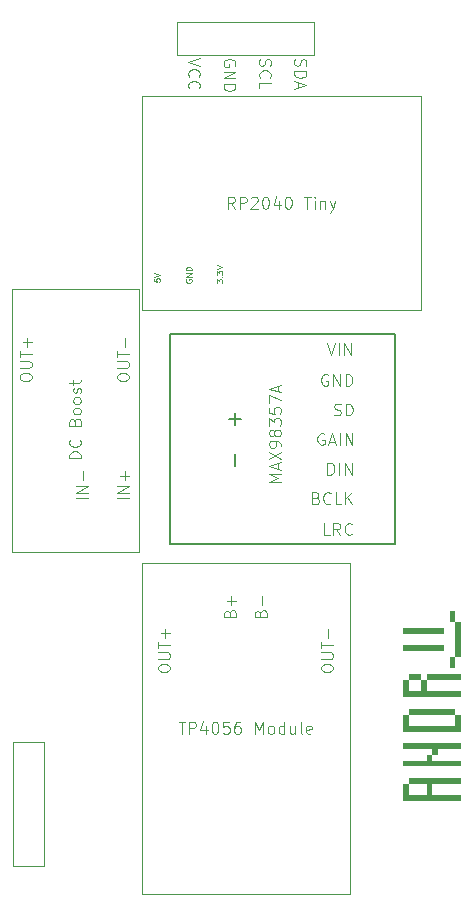
<source format=gto>
G04 #@! TF.GenerationSoftware,KiCad,Pcbnew,9.0.3*
G04 #@! TF.CreationDate,2025-12-21T00:38:46-08:00*
G04 #@! TF.ProjectId,games_aparat_electronics,67616d65-735f-4617-9061-7261745f656c,rev?*
G04 #@! TF.SameCoordinates,Original*
G04 #@! TF.FileFunction,Legend,Top*
G04 #@! TF.FilePolarity,Positive*
%FSLAX46Y46*%
G04 Gerber Fmt 4.6, Leading zero omitted, Abs format (unit mm)*
G04 Created by KiCad (PCBNEW 9.0.3) date 2025-12-21 00:38:46*
%MOMM*%
%LPD*%
G01*
G04 APERTURE LIST*
G04 Aperture macros list*
%AMFreePoly0*
4,1,5,0.750000,-1.000000,-0.750000,-1.000000,-0.750000,1.000000,0.750000,1.000000,0.750000,-1.000000,0.750000,-1.000000,$1*%
G04 Aperture macros list end*
%ADD10C,0.100000*%
%ADD11C,0.000000*%
%ADD12C,0.127000*%
%ADD13C,1.000000*%
%ADD14R,2.500000X2.500000*%
%ADD15C,2.000000*%
%ADD16FreePoly0,0.000000*%
%ADD17FreePoly0,270.000000*%
%ADD18O,2.000000X3.500000*%
%ADD19C,1.734000*%
G04 APERTURE END LIST*
D10*
X157627580Y-45161027D02*
X156627580Y-45494360D01*
X156627580Y-45494360D02*
X157627580Y-45827693D01*
X156722819Y-46732455D02*
X156675200Y-46684836D01*
X156675200Y-46684836D02*
X156627580Y-46541979D01*
X156627580Y-46541979D02*
X156627580Y-46446741D01*
X156627580Y-46446741D02*
X156675200Y-46303884D01*
X156675200Y-46303884D02*
X156770438Y-46208646D01*
X156770438Y-46208646D02*
X156865676Y-46161027D01*
X156865676Y-46161027D02*
X157056152Y-46113408D01*
X157056152Y-46113408D02*
X157199009Y-46113408D01*
X157199009Y-46113408D02*
X157389485Y-46161027D01*
X157389485Y-46161027D02*
X157484723Y-46208646D01*
X157484723Y-46208646D02*
X157579961Y-46303884D01*
X157579961Y-46303884D02*
X157627580Y-46446741D01*
X157627580Y-46446741D02*
X157627580Y-46541979D01*
X157627580Y-46541979D02*
X157579961Y-46684836D01*
X157579961Y-46684836D02*
X157532342Y-46732455D01*
X156722819Y-47732455D02*
X156675200Y-47684836D01*
X156675200Y-47684836D02*
X156627580Y-47541979D01*
X156627580Y-47541979D02*
X156627580Y-47446741D01*
X156627580Y-47446741D02*
X156675200Y-47303884D01*
X156675200Y-47303884D02*
X156770438Y-47208646D01*
X156770438Y-47208646D02*
X156865676Y-47161027D01*
X156865676Y-47161027D02*
X157056152Y-47113408D01*
X157056152Y-47113408D02*
X157199009Y-47113408D01*
X157199009Y-47113408D02*
X157389485Y-47161027D01*
X157389485Y-47161027D02*
X157484723Y-47208646D01*
X157484723Y-47208646D02*
X157579961Y-47303884D01*
X157579961Y-47303884D02*
X157627580Y-47446741D01*
X157627580Y-47446741D02*
X157627580Y-47541979D01*
X157627580Y-47541979D02*
X157579961Y-47684836D01*
X157579961Y-47684836D02*
X157532342Y-47732455D01*
X162675200Y-45256265D02*
X162627580Y-45399122D01*
X162627580Y-45399122D02*
X162627580Y-45637217D01*
X162627580Y-45637217D02*
X162675200Y-45732455D01*
X162675200Y-45732455D02*
X162722819Y-45780074D01*
X162722819Y-45780074D02*
X162818057Y-45827693D01*
X162818057Y-45827693D02*
X162913295Y-45827693D01*
X162913295Y-45827693D02*
X163008533Y-45780074D01*
X163008533Y-45780074D02*
X163056152Y-45732455D01*
X163056152Y-45732455D02*
X163103771Y-45637217D01*
X163103771Y-45637217D02*
X163151390Y-45446741D01*
X163151390Y-45446741D02*
X163199009Y-45351503D01*
X163199009Y-45351503D02*
X163246628Y-45303884D01*
X163246628Y-45303884D02*
X163341866Y-45256265D01*
X163341866Y-45256265D02*
X163437104Y-45256265D01*
X163437104Y-45256265D02*
X163532342Y-45303884D01*
X163532342Y-45303884D02*
X163579961Y-45351503D01*
X163579961Y-45351503D02*
X163627580Y-45446741D01*
X163627580Y-45446741D02*
X163627580Y-45684836D01*
X163627580Y-45684836D02*
X163579961Y-45827693D01*
X162722819Y-46827693D02*
X162675200Y-46780074D01*
X162675200Y-46780074D02*
X162627580Y-46637217D01*
X162627580Y-46637217D02*
X162627580Y-46541979D01*
X162627580Y-46541979D02*
X162675200Y-46399122D01*
X162675200Y-46399122D02*
X162770438Y-46303884D01*
X162770438Y-46303884D02*
X162865676Y-46256265D01*
X162865676Y-46256265D02*
X163056152Y-46208646D01*
X163056152Y-46208646D02*
X163199009Y-46208646D01*
X163199009Y-46208646D02*
X163389485Y-46256265D01*
X163389485Y-46256265D02*
X163484723Y-46303884D01*
X163484723Y-46303884D02*
X163579961Y-46399122D01*
X163579961Y-46399122D02*
X163627580Y-46541979D01*
X163627580Y-46541979D02*
X163627580Y-46637217D01*
X163627580Y-46637217D02*
X163579961Y-46780074D01*
X163579961Y-46780074D02*
X163532342Y-46827693D01*
X162627580Y-47732455D02*
X162627580Y-47256265D01*
X162627580Y-47256265D02*
X163627580Y-47256265D01*
X160579961Y-45827693D02*
X160627580Y-45732455D01*
X160627580Y-45732455D02*
X160627580Y-45589598D01*
X160627580Y-45589598D02*
X160579961Y-45446741D01*
X160579961Y-45446741D02*
X160484723Y-45351503D01*
X160484723Y-45351503D02*
X160389485Y-45303884D01*
X160389485Y-45303884D02*
X160199009Y-45256265D01*
X160199009Y-45256265D02*
X160056152Y-45256265D01*
X160056152Y-45256265D02*
X159865676Y-45303884D01*
X159865676Y-45303884D02*
X159770438Y-45351503D01*
X159770438Y-45351503D02*
X159675200Y-45446741D01*
X159675200Y-45446741D02*
X159627580Y-45589598D01*
X159627580Y-45589598D02*
X159627580Y-45684836D01*
X159627580Y-45684836D02*
X159675200Y-45827693D01*
X159675200Y-45827693D02*
X159722819Y-45875312D01*
X159722819Y-45875312D02*
X160056152Y-45875312D01*
X160056152Y-45875312D02*
X160056152Y-45684836D01*
X159627580Y-46303884D02*
X160627580Y-46303884D01*
X160627580Y-46303884D02*
X159627580Y-46875312D01*
X159627580Y-46875312D02*
X160627580Y-46875312D01*
X159627580Y-47351503D02*
X160627580Y-47351503D01*
X160627580Y-47351503D02*
X160627580Y-47589598D01*
X160627580Y-47589598D02*
X160579961Y-47732455D01*
X160579961Y-47732455D02*
X160484723Y-47827693D01*
X160484723Y-47827693D02*
X160389485Y-47875312D01*
X160389485Y-47875312D02*
X160199009Y-47922931D01*
X160199009Y-47922931D02*
X160056152Y-47922931D01*
X160056152Y-47922931D02*
X159865676Y-47875312D01*
X159865676Y-47875312D02*
X159770438Y-47827693D01*
X159770438Y-47827693D02*
X159675200Y-47732455D01*
X159675200Y-47732455D02*
X159627580Y-47589598D01*
X159627580Y-47589598D02*
X159627580Y-47351503D01*
X165675200Y-45256265D02*
X165627580Y-45399122D01*
X165627580Y-45399122D02*
X165627580Y-45637217D01*
X165627580Y-45637217D02*
X165675200Y-45732455D01*
X165675200Y-45732455D02*
X165722819Y-45780074D01*
X165722819Y-45780074D02*
X165818057Y-45827693D01*
X165818057Y-45827693D02*
X165913295Y-45827693D01*
X165913295Y-45827693D02*
X166008533Y-45780074D01*
X166008533Y-45780074D02*
X166056152Y-45732455D01*
X166056152Y-45732455D02*
X166103771Y-45637217D01*
X166103771Y-45637217D02*
X166151390Y-45446741D01*
X166151390Y-45446741D02*
X166199009Y-45351503D01*
X166199009Y-45351503D02*
X166246628Y-45303884D01*
X166246628Y-45303884D02*
X166341866Y-45256265D01*
X166341866Y-45256265D02*
X166437104Y-45256265D01*
X166437104Y-45256265D02*
X166532342Y-45303884D01*
X166532342Y-45303884D02*
X166579961Y-45351503D01*
X166579961Y-45351503D02*
X166627580Y-45446741D01*
X166627580Y-45446741D02*
X166627580Y-45684836D01*
X166627580Y-45684836D02*
X166579961Y-45827693D01*
X165627580Y-46256265D02*
X166627580Y-46256265D01*
X166627580Y-46256265D02*
X166627580Y-46494360D01*
X166627580Y-46494360D02*
X166579961Y-46637217D01*
X166579961Y-46637217D02*
X166484723Y-46732455D01*
X166484723Y-46732455D02*
X166389485Y-46780074D01*
X166389485Y-46780074D02*
X166199009Y-46827693D01*
X166199009Y-46827693D02*
X166056152Y-46827693D01*
X166056152Y-46827693D02*
X165865676Y-46780074D01*
X165865676Y-46780074D02*
X165770438Y-46732455D01*
X165770438Y-46732455D02*
X165675200Y-46637217D01*
X165675200Y-46637217D02*
X165627580Y-46494360D01*
X165627580Y-46494360D02*
X165627580Y-46256265D01*
X165913295Y-47208646D02*
X165913295Y-47684836D01*
X165627580Y-47113408D02*
X166627580Y-47446741D01*
X166627580Y-47446741D02*
X165627580Y-47780074D01*
X155809523Y-101357419D02*
X156380951Y-101357419D01*
X156095237Y-102357419D02*
X156095237Y-101357419D01*
X156714285Y-102357419D02*
X156714285Y-101357419D01*
X156714285Y-101357419D02*
X157095237Y-101357419D01*
X157095237Y-101357419D02*
X157190475Y-101405038D01*
X157190475Y-101405038D02*
X157238094Y-101452657D01*
X157238094Y-101452657D02*
X157285713Y-101547895D01*
X157285713Y-101547895D02*
X157285713Y-101690752D01*
X157285713Y-101690752D02*
X157238094Y-101785990D01*
X157238094Y-101785990D02*
X157190475Y-101833609D01*
X157190475Y-101833609D02*
X157095237Y-101881228D01*
X157095237Y-101881228D02*
X156714285Y-101881228D01*
X158142856Y-101690752D02*
X158142856Y-102357419D01*
X157904761Y-101309800D02*
X157666666Y-102024085D01*
X157666666Y-102024085D02*
X158285713Y-102024085D01*
X158857142Y-101357419D02*
X158952380Y-101357419D01*
X158952380Y-101357419D02*
X159047618Y-101405038D01*
X159047618Y-101405038D02*
X159095237Y-101452657D01*
X159095237Y-101452657D02*
X159142856Y-101547895D01*
X159142856Y-101547895D02*
X159190475Y-101738371D01*
X159190475Y-101738371D02*
X159190475Y-101976466D01*
X159190475Y-101976466D02*
X159142856Y-102166942D01*
X159142856Y-102166942D02*
X159095237Y-102262180D01*
X159095237Y-102262180D02*
X159047618Y-102309800D01*
X159047618Y-102309800D02*
X158952380Y-102357419D01*
X158952380Y-102357419D02*
X158857142Y-102357419D01*
X158857142Y-102357419D02*
X158761904Y-102309800D01*
X158761904Y-102309800D02*
X158714285Y-102262180D01*
X158714285Y-102262180D02*
X158666666Y-102166942D01*
X158666666Y-102166942D02*
X158619047Y-101976466D01*
X158619047Y-101976466D02*
X158619047Y-101738371D01*
X158619047Y-101738371D02*
X158666666Y-101547895D01*
X158666666Y-101547895D02*
X158714285Y-101452657D01*
X158714285Y-101452657D02*
X158761904Y-101405038D01*
X158761904Y-101405038D02*
X158857142Y-101357419D01*
X160095237Y-101357419D02*
X159619047Y-101357419D01*
X159619047Y-101357419D02*
X159571428Y-101833609D01*
X159571428Y-101833609D02*
X159619047Y-101785990D01*
X159619047Y-101785990D02*
X159714285Y-101738371D01*
X159714285Y-101738371D02*
X159952380Y-101738371D01*
X159952380Y-101738371D02*
X160047618Y-101785990D01*
X160047618Y-101785990D02*
X160095237Y-101833609D01*
X160095237Y-101833609D02*
X160142856Y-101928847D01*
X160142856Y-101928847D02*
X160142856Y-102166942D01*
X160142856Y-102166942D02*
X160095237Y-102262180D01*
X160095237Y-102262180D02*
X160047618Y-102309800D01*
X160047618Y-102309800D02*
X159952380Y-102357419D01*
X159952380Y-102357419D02*
X159714285Y-102357419D01*
X159714285Y-102357419D02*
X159619047Y-102309800D01*
X159619047Y-102309800D02*
X159571428Y-102262180D01*
X160999999Y-101357419D02*
X160809523Y-101357419D01*
X160809523Y-101357419D02*
X160714285Y-101405038D01*
X160714285Y-101405038D02*
X160666666Y-101452657D01*
X160666666Y-101452657D02*
X160571428Y-101595514D01*
X160571428Y-101595514D02*
X160523809Y-101785990D01*
X160523809Y-101785990D02*
X160523809Y-102166942D01*
X160523809Y-102166942D02*
X160571428Y-102262180D01*
X160571428Y-102262180D02*
X160619047Y-102309800D01*
X160619047Y-102309800D02*
X160714285Y-102357419D01*
X160714285Y-102357419D02*
X160904761Y-102357419D01*
X160904761Y-102357419D02*
X160999999Y-102309800D01*
X160999999Y-102309800D02*
X161047618Y-102262180D01*
X161047618Y-102262180D02*
X161095237Y-102166942D01*
X161095237Y-102166942D02*
X161095237Y-101928847D01*
X161095237Y-101928847D02*
X161047618Y-101833609D01*
X161047618Y-101833609D02*
X160999999Y-101785990D01*
X160999999Y-101785990D02*
X160904761Y-101738371D01*
X160904761Y-101738371D02*
X160714285Y-101738371D01*
X160714285Y-101738371D02*
X160619047Y-101785990D01*
X160619047Y-101785990D02*
X160571428Y-101833609D01*
X160571428Y-101833609D02*
X160523809Y-101928847D01*
X162285714Y-102357419D02*
X162285714Y-101357419D01*
X162285714Y-101357419D02*
X162619047Y-102071704D01*
X162619047Y-102071704D02*
X162952380Y-101357419D01*
X162952380Y-101357419D02*
X162952380Y-102357419D01*
X163571428Y-102357419D02*
X163476190Y-102309800D01*
X163476190Y-102309800D02*
X163428571Y-102262180D01*
X163428571Y-102262180D02*
X163380952Y-102166942D01*
X163380952Y-102166942D02*
X163380952Y-101881228D01*
X163380952Y-101881228D02*
X163428571Y-101785990D01*
X163428571Y-101785990D02*
X163476190Y-101738371D01*
X163476190Y-101738371D02*
X163571428Y-101690752D01*
X163571428Y-101690752D02*
X163714285Y-101690752D01*
X163714285Y-101690752D02*
X163809523Y-101738371D01*
X163809523Y-101738371D02*
X163857142Y-101785990D01*
X163857142Y-101785990D02*
X163904761Y-101881228D01*
X163904761Y-101881228D02*
X163904761Y-102166942D01*
X163904761Y-102166942D02*
X163857142Y-102262180D01*
X163857142Y-102262180D02*
X163809523Y-102309800D01*
X163809523Y-102309800D02*
X163714285Y-102357419D01*
X163714285Y-102357419D02*
X163571428Y-102357419D01*
X164761904Y-102357419D02*
X164761904Y-101357419D01*
X164761904Y-102309800D02*
X164666666Y-102357419D01*
X164666666Y-102357419D02*
X164476190Y-102357419D01*
X164476190Y-102357419D02*
X164380952Y-102309800D01*
X164380952Y-102309800D02*
X164333333Y-102262180D01*
X164333333Y-102262180D02*
X164285714Y-102166942D01*
X164285714Y-102166942D02*
X164285714Y-101881228D01*
X164285714Y-101881228D02*
X164333333Y-101785990D01*
X164333333Y-101785990D02*
X164380952Y-101738371D01*
X164380952Y-101738371D02*
X164476190Y-101690752D01*
X164476190Y-101690752D02*
X164666666Y-101690752D01*
X164666666Y-101690752D02*
X164761904Y-101738371D01*
X165666666Y-101690752D02*
X165666666Y-102357419D01*
X165238095Y-101690752D02*
X165238095Y-102214561D01*
X165238095Y-102214561D02*
X165285714Y-102309800D01*
X165285714Y-102309800D02*
X165380952Y-102357419D01*
X165380952Y-102357419D02*
X165523809Y-102357419D01*
X165523809Y-102357419D02*
X165619047Y-102309800D01*
X165619047Y-102309800D02*
X165666666Y-102262180D01*
X166285714Y-102357419D02*
X166190476Y-102309800D01*
X166190476Y-102309800D02*
X166142857Y-102214561D01*
X166142857Y-102214561D02*
X166142857Y-101357419D01*
X167047619Y-102309800D02*
X166952381Y-102357419D01*
X166952381Y-102357419D02*
X166761905Y-102357419D01*
X166761905Y-102357419D02*
X166666667Y-102309800D01*
X166666667Y-102309800D02*
X166619048Y-102214561D01*
X166619048Y-102214561D02*
X166619048Y-101833609D01*
X166619048Y-101833609D02*
X166666667Y-101738371D01*
X166666667Y-101738371D02*
X166761905Y-101690752D01*
X166761905Y-101690752D02*
X166952381Y-101690752D01*
X166952381Y-101690752D02*
X167047619Y-101738371D01*
X167047619Y-101738371D02*
X167095238Y-101833609D01*
X167095238Y-101833609D02*
X167095238Y-101928847D01*
X167095238Y-101928847D02*
X166619048Y-102024085D01*
X160148609Y-92162782D02*
X160196228Y-92019925D01*
X160196228Y-92019925D02*
X160243847Y-91972306D01*
X160243847Y-91972306D02*
X160339085Y-91924687D01*
X160339085Y-91924687D02*
X160481942Y-91924687D01*
X160481942Y-91924687D02*
X160577180Y-91972306D01*
X160577180Y-91972306D02*
X160624800Y-92019925D01*
X160624800Y-92019925D02*
X160672419Y-92115163D01*
X160672419Y-92115163D02*
X160672419Y-92496115D01*
X160672419Y-92496115D02*
X159672419Y-92496115D01*
X159672419Y-92496115D02*
X159672419Y-92162782D01*
X159672419Y-92162782D02*
X159720038Y-92067544D01*
X159720038Y-92067544D02*
X159767657Y-92019925D01*
X159767657Y-92019925D02*
X159862895Y-91972306D01*
X159862895Y-91972306D02*
X159958133Y-91972306D01*
X159958133Y-91972306D02*
X160053371Y-92019925D01*
X160053371Y-92019925D02*
X160100990Y-92067544D01*
X160100990Y-92067544D02*
X160148609Y-92162782D01*
X160148609Y-92162782D02*
X160148609Y-92496115D01*
X160291466Y-91496115D02*
X160291466Y-90734211D01*
X160672419Y-91115163D02*
X159910514Y-91115163D01*
X154072419Y-96905639D02*
X154072419Y-96715163D01*
X154072419Y-96715163D02*
X154120038Y-96619925D01*
X154120038Y-96619925D02*
X154215276Y-96524687D01*
X154215276Y-96524687D02*
X154405752Y-96477068D01*
X154405752Y-96477068D02*
X154739085Y-96477068D01*
X154739085Y-96477068D02*
X154929561Y-96524687D01*
X154929561Y-96524687D02*
X155024800Y-96619925D01*
X155024800Y-96619925D02*
X155072419Y-96715163D01*
X155072419Y-96715163D02*
X155072419Y-96905639D01*
X155072419Y-96905639D02*
X155024800Y-97000877D01*
X155024800Y-97000877D02*
X154929561Y-97096115D01*
X154929561Y-97096115D02*
X154739085Y-97143734D01*
X154739085Y-97143734D02*
X154405752Y-97143734D01*
X154405752Y-97143734D02*
X154215276Y-97096115D01*
X154215276Y-97096115D02*
X154120038Y-97000877D01*
X154120038Y-97000877D02*
X154072419Y-96905639D01*
X154072419Y-96048496D02*
X154881942Y-96048496D01*
X154881942Y-96048496D02*
X154977180Y-96000877D01*
X154977180Y-96000877D02*
X155024800Y-95953258D01*
X155024800Y-95953258D02*
X155072419Y-95858020D01*
X155072419Y-95858020D02*
X155072419Y-95667544D01*
X155072419Y-95667544D02*
X155024800Y-95572306D01*
X155024800Y-95572306D02*
X154977180Y-95524687D01*
X154977180Y-95524687D02*
X154881942Y-95477068D01*
X154881942Y-95477068D02*
X154072419Y-95477068D01*
X154072419Y-95143734D02*
X154072419Y-94572306D01*
X155072419Y-94858020D02*
X154072419Y-94858020D01*
X154691466Y-94238972D02*
X154691466Y-93477068D01*
X155072419Y-93858020D02*
X154310514Y-93858020D01*
X167872419Y-96905639D02*
X167872419Y-96715163D01*
X167872419Y-96715163D02*
X167920038Y-96619925D01*
X167920038Y-96619925D02*
X168015276Y-96524687D01*
X168015276Y-96524687D02*
X168205752Y-96477068D01*
X168205752Y-96477068D02*
X168539085Y-96477068D01*
X168539085Y-96477068D02*
X168729561Y-96524687D01*
X168729561Y-96524687D02*
X168824800Y-96619925D01*
X168824800Y-96619925D02*
X168872419Y-96715163D01*
X168872419Y-96715163D02*
X168872419Y-96905639D01*
X168872419Y-96905639D02*
X168824800Y-97000877D01*
X168824800Y-97000877D02*
X168729561Y-97096115D01*
X168729561Y-97096115D02*
X168539085Y-97143734D01*
X168539085Y-97143734D02*
X168205752Y-97143734D01*
X168205752Y-97143734D02*
X168015276Y-97096115D01*
X168015276Y-97096115D02*
X167920038Y-97000877D01*
X167920038Y-97000877D02*
X167872419Y-96905639D01*
X167872419Y-96048496D02*
X168681942Y-96048496D01*
X168681942Y-96048496D02*
X168777180Y-96000877D01*
X168777180Y-96000877D02*
X168824800Y-95953258D01*
X168824800Y-95953258D02*
X168872419Y-95858020D01*
X168872419Y-95858020D02*
X168872419Y-95667544D01*
X168872419Y-95667544D02*
X168824800Y-95572306D01*
X168824800Y-95572306D02*
X168777180Y-95524687D01*
X168777180Y-95524687D02*
X168681942Y-95477068D01*
X168681942Y-95477068D02*
X167872419Y-95477068D01*
X167872419Y-95143734D02*
X167872419Y-94572306D01*
X168872419Y-94858020D02*
X167872419Y-94858020D01*
X168491466Y-94238972D02*
X168491466Y-93477068D01*
X162748609Y-92162782D02*
X162796228Y-92019925D01*
X162796228Y-92019925D02*
X162843847Y-91972306D01*
X162843847Y-91972306D02*
X162939085Y-91924687D01*
X162939085Y-91924687D02*
X163081942Y-91924687D01*
X163081942Y-91924687D02*
X163177180Y-91972306D01*
X163177180Y-91972306D02*
X163224800Y-92019925D01*
X163224800Y-92019925D02*
X163272419Y-92115163D01*
X163272419Y-92115163D02*
X163272419Y-92496115D01*
X163272419Y-92496115D02*
X162272419Y-92496115D01*
X162272419Y-92496115D02*
X162272419Y-92162782D01*
X162272419Y-92162782D02*
X162320038Y-92067544D01*
X162320038Y-92067544D02*
X162367657Y-92019925D01*
X162367657Y-92019925D02*
X162462895Y-91972306D01*
X162462895Y-91972306D02*
X162558133Y-91972306D01*
X162558133Y-91972306D02*
X162653371Y-92019925D01*
X162653371Y-92019925D02*
X162700990Y-92067544D01*
X162700990Y-92067544D02*
X162748609Y-92162782D01*
X162748609Y-92162782D02*
X162748609Y-92496115D01*
X162891466Y-91496115D02*
X162891466Y-90734211D01*
X160571428Y-57907419D02*
X160238095Y-57431228D01*
X160000000Y-57907419D02*
X160000000Y-56907419D01*
X160000000Y-56907419D02*
X160380952Y-56907419D01*
X160380952Y-56907419D02*
X160476190Y-56955038D01*
X160476190Y-56955038D02*
X160523809Y-57002657D01*
X160523809Y-57002657D02*
X160571428Y-57097895D01*
X160571428Y-57097895D02*
X160571428Y-57240752D01*
X160571428Y-57240752D02*
X160523809Y-57335990D01*
X160523809Y-57335990D02*
X160476190Y-57383609D01*
X160476190Y-57383609D02*
X160380952Y-57431228D01*
X160380952Y-57431228D02*
X160000000Y-57431228D01*
X161000000Y-57907419D02*
X161000000Y-56907419D01*
X161000000Y-56907419D02*
X161380952Y-56907419D01*
X161380952Y-56907419D02*
X161476190Y-56955038D01*
X161476190Y-56955038D02*
X161523809Y-57002657D01*
X161523809Y-57002657D02*
X161571428Y-57097895D01*
X161571428Y-57097895D02*
X161571428Y-57240752D01*
X161571428Y-57240752D02*
X161523809Y-57335990D01*
X161523809Y-57335990D02*
X161476190Y-57383609D01*
X161476190Y-57383609D02*
X161380952Y-57431228D01*
X161380952Y-57431228D02*
X161000000Y-57431228D01*
X161952381Y-57002657D02*
X162000000Y-56955038D01*
X162000000Y-56955038D02*
X162095238Y-56907419D01*
X162095238Y-56907419D02*
X162333333Y-56907419D01*
X162333333Y-56907419D02*
X162428571Y-56955038D01*
X162428571Y-56955038D02*
X162476190Y-57002657D01*
X162476190Y-57002657D02*
X162523809Y-57097895D01*
X162523809Y-57097895D02*
X162523809Y-57193133D01*
X162523809Y-57193133D02*
X162476190Y-57335990D01*
X162476190Y-57335990D02*
X161904762Y-57907419D01*
X161904762Y-57907419D02*
X162523809Y-57907419D01*
X163142857Y-56907419D02*
X163238095Y-56907419D01*
X163238095Y-56907419D02*
X163333333Y-56955038D01*
X163333333Y-56955038D02*
X163380952Y-57002657D01*
X163380952Y-57002657D02*
X163428571Y-57097895D01*
X163428571Y-57097895D02*
X163476190Y-57288371D01*
X163476190Y-57288371D02*
X163476190Y-57526466D01*
X163476190Y-57526466D02*
X163428571Y-57716942D01*
X163428571Y-57716942D02*
X163380952Y-57812180D01*
X163380952Y-57812180D02*
X163333333Y-57859800D01*
X163333333Y-57859800D02*
X163238095Y-57907419D01*
X163238095Y-57907419D02*
X163142857Y-57907419D01*
X163142857Y-57907419D02*
X163047619Y-57859800D01*
X163047619Y-57859800D02*
X163000000Y-57812180D01*
X163000000Y-57812180D02*
X162952381Y-57716942D01*
X162952381Y-57716942D02*
X162904762Y-57526466D01*
X162904762Y-57526466D02*
X162904762Y-57288371D01*
X162904762Y-57288371D02*
X162952381Y-57097895D01*
X162952381Y-57097895D02*
X163000000Y-57002657D01*
X163000000Y-57002657D02*
X163047619Y-56955038D01*
X163047619Y-56955038D02*
X163142857Y-56907419D01*
X164333333Y-57240752D02*
X164333333Y-57907419D01*
X164095238Y-56859800D02*
X163857143Y-57574085D01*
X163857143Y-57574085D02*
X164476190Y-57574085D01*
X165047619Y-56907419D02*
X165142857Y-56907419D01*
X165142857Y-56907419D02*
X165238095Y-56955038D01*
X165238095Y-56955038D02*
X165285714Y-57002657D01*
X165285714Y-57002657D02*
X165333333Y-57097895D01*
X165333333Y-57097895D02*
X165380952Y-57288371D01*
X165380952Y-57288371D02*
X165380952Y-57526466D01*
X165380952Y-57526466D02*
X165333333Y-57716942D01*
X165333333Y-57716942D02*
X165285714Y-57812180D01*
X165285714Y-57812180D02*
X165238095Y-57859800D01*
X165238095Y-57859800D02*
X165142857Y-57907419D01*
X165142857Y-57907419D02*
X165047619Y-57907419D01*
X165047619Y-57907419D02*
X164952381Y-57859800D01*
X164952381Y-57859800D02*
X164904762Y-57812180D01*
X164904762Y-57812180D02*
X164857143Y-57716942D01*
X164857143Y-57716942D02*
X164809524Y-57526466D01*
X164809524Y-57526466D02*
X164809524Y-57288371D01*
X164809524Y-57288371D02*
X164857143Y-57097895D01*
X164857143Y-57097895D02*
X164904762Y-57002657D01*
X164904762Y-57002657D02*
X164952381Y-56955038D01*
X164952381Y-56955038D02*
X165047619Y-56907419D01*
X166428572Y-56907419D02*
X167000000Y-56907419D01*
X166714286Y-57907419D02*
X166714286Y-56907419D01*
X167333334Y-57907419D02*
X167333334Y-57240752D01*
X167333334Y-56907419D02*
X167285715Y-56955038D01*
X167285715Y-56955038D02*
X167333334Y-57002657D01*
X167333334Y-57002657D02*
X167380953Y-56955038D01*
X167380953Y-56955038D02*
X167333334Y-56907419D01*
X167333334Y-56907419D02*
X167333334Y-57002657D01*
X167809524Y-57240752D02*
X167809524Y-57907419D01*
X167809524Y-57335990D02*
X167857143Y-57288371D01*
X167857143Y-57288371D02*
X167952381Y-57240752D01*
X167952381Y-57240752D02*
X168095238Y-57240752D01*
X168095238Y-57240752D02*
X168190476Y-57288371D01*
X168190476Y-57288371D02*
X168238095Y-57383609D01*
X168238095Y-57383609D02*
X168238095Y-57907419D01*
X168619048Y-57240752D02*
X168857143Y-57907419D01*
X169095238Y-57240752D02*
X168857143Y-57907419D01*
X168857143Y-57907419D02*
X168761905Y-58145514D01*
X168761905Y-58145514D02*
X168714286Y-58193133D01*
X168714286Y-58193133D02*
X168619048Y-58240752D01*
X156457419Y-63903258D02*
X156433609Y-63950877D01*
X156433609Y-63950877D02*
X156433609Y-64022306D01*
X156433609Y-64022306D02*
X156457419Y-64093734D01*
X156457419Y-64093734D02*
X156505038Y-64141353D01*
X156505038Y-64141353D02*
X156552657Y-64165163D01*
X156552657Y-64165163D02*
X156647895Y-64188972D01*
X156647895Y-64188972D02*
X156719323Y-64188972D01*
X156719323Y-64188972D02*
X156814561Y-64165163D01*
X156814561Y-64165163D02*
X156862180Y-64141353D01*
X156862180Y-64141353D02*
X156909800Y-64093734D01*
X156909800Y-64093734D02*
X156933609Y-64022306D01*
X156933609Y-64022306D02*
X156933609Y-63974687D01*
X156933609Y-63974687D02*
X156909800Y-63903258D01*
X156909800Y-63903258D02*
X156885990Y-63879449D01*
X156885990Y-63879449D02*
X156719323Y-63879449D01*
X156719323Y-63879449D02*
X156719323Y-63974687D01*
X156933609Y-63665163D02*
X156433609Y-63665163D01*
X156433609Y-63665163D02*
X156933609Y-63379449D01*
X156933609Y-63379449D02*
X156433609Y-63379449D01*
X156933609Y-63141353D02*
X156433609Y-63141353D01*
X156433609Y-63141353D02*
X156433609Y-63022305D01*
X156433609Y-63022305D02*
X156457419Y-62950877D01*
X156457419Y-62950877D02*
X156505038Y-62903258D01*
X156505038Y-62903258D02*
X156552657Y-62879448D01*
X156552657Y-62879448D02*
X156647895Y-62855639D01*
X156647895Y-62855639D02*
X156719323Y-62855639D01*
X156719323Y-62855639D02*
X156814561Y-62879448D01*
X156814561Y-62879448D02*
X156862180Y-62903258D01*
X156862180Y-62903258D02*
X156909800Y-62950877D01*
X156909800Y-62950877D02*
X156933609Y-63022305D01*
X156933609Y-63022305D02*
X156933609Y-63141353D01*
X159033609Y-64212782D02*
X159033609Y-63903258D01*
X159033609Y-63903258D02*
X159224085Y-64069925D01*
X159224085Y-64069925D02*
X159224085Y-63998496D01*
X159224085Y-63998496D02*
X159247895Y-63950877D01*
X159247895Y-63950877D02*
X159271704Y-63927068D01*
X159271704Y-63927068D02*
X159319323Y-63903258D01*
X159319323Y-63903258D02*
X159438371Y-63903258D01*
X159438371Y-63903258D02*
X159485990Y-63927068D01*
X159485990Y-63927068D02*
X159509800Y-63950877D01*
X159509800Y-63950877D02*
X159533609Y-63998496D01*
X159533609Y-63998496D02*
X159533609Y-64141353D01*
X159533609Y-64141353D02*
X159509800Y-64188972D01*
X159509800Y-64188972D02*
X159485990Y-64212782D01*
X159485990Y-63688973D02*
X159509800Y-63665163D01*
X159509800Y-63665163D02*
X159533609Y-63688973D01*
X159533609Y-63688973D02*
X159509800Y-63712782D01*
X159509800Y-63712782D02*
X159485990Y-63688973D01*
X159485990Y-63688973D02*
X159533609Y-63688973D01*
X159033609Y-63498497D02*
X159033609Y-63188973D01*
X159033609Y-63188973D02*
X159224085Y-63355640D01*
X159224085Y-63355640D02*
X159224085Y-63284211D01*
X159224085Y-63284211D02*
X159247895Y-63236592D01*
X159247895Y-63236592D02*
X159271704Y-63212783D01*
X159271704Y-63212783D02*
X159319323Y-63188973D01*
X159319323Y-63188973D02*
X159438371Y-63188973D01*
X159438371Y-63188973D02*
X159485990Y-63212783D01*
X159485990Y-63212783D02*
X159509800Y-63236592D01*
X159509800Y-63236592D02*
X159533609Y-63284211D01*
X159533609Y-63284211D02*
X159533609Y-63427068D01*
X159533609Y-63427068D02*
X159509800Y-63474687D01*
X159509800Y-63474687D02*
X159485990Y-63498497D01*
X159033609Y-63046116D02*
X159533609Y-62879450D01*
X159533609Y-62879450D02*
X159033609Y-62712783D01*
X153733609Y-63827068D02*
X153733609Y-64065163D01*
X153733609Y-64065163D02*
X153971704Y-64088972D01*
X153971704Y-64088972D02*
X153947895Y-64065163D01*
X153947895Y-64065163D02*
X153924085Y-64017544D01*
X153924085Y-64017544D02*
X153924085Y-63898496D01*
X153924085Y-63898496D02*
X153947895Y-63850877D01*
X153947895Y-63850877D02*
X153971704Y-63827068D01*
X153971704Y-63827068D02*
X154019323Y-63803258D01*
X154019323Y-63803258D02*
X154138371Y-63803258D01*
X154138371Y-63803258D02*
X154185990Y-63827068D01*
X154185990Y-63827068D02*
X154209800Y-63850877D01*
X154209800Y-63850877D02*
X154233609Y-63898496D01*
X154233609Y-63898496D02*
X154233609Y-64017544D01*
X154233609Y-64017544D02*
X154209800Y-64065163D01*
X154209800Y-64065163D02*
X154185990Y-64088972D01*
X153733609Y-63660401D02*
X154233609Y-63493735D01*
X154233609Y-63493735D02*
X153733609Y-63327068D01*
X147557419Y-79038095D02*
X146557419Y-79038095D01*
X146557419Y-79038095D02*
X146557419Y-78800000D01*
X146557419Y-78800000D02*
X146605038Y-78657143D01*
X146605038Y-78657143D02*
X146700276Y-78561905D01*
X146700276Y-78561905D02*
X146795514Y-78514286D01*
X146795514Y-78514286D02*
X146985990Y-78466667D01*
X146985990Y-78466667D02*
X147128847Y-78466667D01*
X147128847Y-78466667D02*
X147319323Y-78514286D01*
X147319323Y-78514286D02*
X147414561Y-78561905D01*
X147414561Y-78561905D02*
X147509800Y-78657143D01*
X147509800Y-78657143D02*
X147557419Y-78800000D01*
X147557419Y-78800000D02*
X147557419Y-79038095D01*
X147462180Y-77466667D02*
X147509800Y-77514286D01*
X147509800Y-77514286D02*
X147557419Y-77657143D01*
X147557419Y-77657143D02*
X147557419Y-77752381D01*
X147557419Y-77752381D02*
X147509800Y-77895238D01*
X147509800Y-77895238D02*
X147414561Y-77990476D01*
X147414561Y-77990476D02*
X147319323Y-78038095D01*
X147319323Y-78038095D02*
X147128847Y-78085714D01*
X147128847Y-78085714D02*
X146985990Y-78085714D01*
X146985990Y-78085714D02*
X146795514Y-78038095D01*
X146795514Y-78038095D02*
X146700276Y-77990476D01*
X146700276Y-77990476D02*
X146605038Y-77895238D01*
X146605038Y-77895238D02*
X146557419Y-77752381D01*
X146557419Y-77752381D02*
X146557419Y-77657143D01*
X146557419Y-77657143D02*
X146605038Y-77514286D01*
X146605038Y-77514286D02*
X146652657Y-77466667D01*
X147033609Y-75942857D02*
X147081228Y-75800000D01*
X147081228Y-75800000D02*
X147128847Y-75752381D01*
X147128847Y-75752381D02*
X147224085Y-75704762D01*
X147224085Y-75704762D02*
X147366942Y-75704762D01*
X147366942Y-75704762D02*
X147462180Y-75752381D01*
X147462180Y-75752381D02*
X147509800Y-75800000D01*
X147509800Y-75800000D02*
X147557419Y-75895238D01*
X147557419Y-75895238D02*
X147557419Y-76276190D01*
X147557419Y-76276190D02*
X146557419Y-76276190D01*
X146557419Y-76276190D02*
X146557419Y-75942857D01*
X146557419Y-75942857D02*
X146605038Y-75847619D01*
X146605038Y-75847619D02*
X146652657Y-75800000D01*
X146652657Y-75800000D02*
X146747895Y-75752381D01*
X146747895Y-75752381D02*
X146843133Y-75752381D01*
X146843133Y-75752381D02*
X146938371Y-75800000D01*
X146938371Y-75800000D02*
X146985990Y-75847619D01*
X146985990Y-75847619D02*
X147033609Y-75942857D01*
X147033609Y-75942857D02*
X147033609Y-76276190D01*
X147557419Y-75133333D02*
X147509800Y-75228571D01*
X147509800Y-75228571D02*
X147462180Y-75276190D01*
X147462180Y-75276190D02*
X147366942Y-75323809D01*
X147366942Y-75323809D02*
X147081228Y-75323809D01*
X147081228Y-75323809D02*
X146985990Y-75276190D01*
X146985990Y-75276190D02*
X146938371Y-75228571D01*
X146938371Y-75228571D02*
X146890752Y-75133333D01*
X146890752Y-75133333D02*
X146890752Y-74990476D01*
X146890752Y-74990476D02*
X146938371Y-74895238D01*
X146938371Y-74895238D02*
X146985990Y-74847619D01*
X146985990Y-74847619D02*
X147081228Y-74800000D01*
X147081228Y-74800000D02*
X147366942Y-74800000D01*
X147366942Y-74800000D02*
X147462180Y-74847619D01*
X147462180Y-74847619D02*
X147509800Y-74895238D01*
X147509800Y-74895238D02*
X147557419Y-74990476D01*
X147557419Y-74990476D02*
X147557419Y-75133333D01*
X147557419Y-74228571D02*
X147509800Y-74323809D01*
X147509800Y-74323809D02*
X147462180Y-74371428D01*
X147462180Y-74371428D02*
X147366942Y-74419047D01*
X147366942Y-74419047D02*
X147081228Y-74419047D01*
X147081228Y-74419047D02*
X146985990Y-74371428D01*
X146985990Y-74371428D02*
X146938371Y-74323809D01*
X146938371Y-74323809D02*
X146890752Y-74228571D01*
X146890752Y-74228571D02*
X146890752Y-74085714D01*
X146890752Y-74085714D02*
X146938371Y-73990476D01*
X146938371Y-73990476D02*
X146985990Y-73942857D01*
X146985990Y-73942857D02*
X147081228Y-73895238D01*
X147081228Y-73895238D02*
X147366942Y-73895238D01*
X147366942Y-73895238D02*
X147462180Y-73942857D01*
X147462180Y-73942857D02*
X147509800Y-73990476D01*
X147509800Y-73990476D02*
X147557419Y-74085714D01*
X147557419Y-74085714D02*
X147557419Y-74228571D01*
X147509800Y-73514285D02*
X147557419Y-73419047D01*
X147557419Y-73419047D02*
X147557419Y-73228571D01*
X147557419Y-73228571D02*
X147509800Y-73133333D01*
X147509800Y-73133333D02*
X147414561Y-73085714D01*
X147414561Y-73085714D02*
X147366942Y-73085714D01*
X147366942Y-73085714D02*
X147271704Y-73133333D01*
X147271704Y-73133333D02*
X147224085Y-73228571D01*
X147224085Y-73228571D02*
X147224085Y-73371428D01*
X147224085Y-73371428D02*
X147176466Y-73466666D01*
X147176466Y-73466666D02*
X147081228Y-73514285D01*
X147081228Y-73514285D02*
X147033609Y-73514285D01*
X147033609Y-73514285D02*
X146938371Y-73466666D01*
X146938371Y-73466666D02*
X146890752Y-73371428D01*
X146890752Y-73371428D02*
X146890752Y-73228571D01*
X146890752Y-73228571D02*
X146938371Y-73133333D01*
X146890752Y-72799999D02*
X146890752Y-72419047D01*
X146557419Y-72657142D02*
X147414561Y-72657142D01*
X147414561Y-72657142D02*
X147509800Y-72609523D01*
X147509800Y-72609523D02*
X147557419Y-72514285D01*
X147557419Y-72514285D02*
X147557419Y-72419047D01*
X151622419Y-82446115D02*
X150622419Y-82446115D01*
X151622419Y-81969925D02*
X150622419Y-81969925D01*
X150622419Y-81969925D02*
X151622419Y-81398497D01*
X151622419Y-81398497D02*
X150622419Y-81398497D01*
X151241466Y-80922306D02*
X151241466Y-80160402D01*
X151622419Y-80541354D02*
X150860514Y-80541354D01*
X150622419Y-72255639D02*
X150622419Y-72065163D01*
X150622419Y-72065163D02*
X150670038Y-71969925D01*
X150670038Y-71969925D02*
X150765276Y-71874687D01*
X150765276Y-71874687D02*
X150955752Y-71827068D01*
X150955752Y-71827068D02*
X151289085Y-71827068D01*
X151289085Y-71827068D02*
X151479561Y-71874687D01*
X151479561Y-71874687D02*
X151574800Y-71969925D01*
X151574800Y-71969925D02*
X151622419Y-72065163D01*
X151622419Y-72065163D02*
X151622419Y-72255639D01*
X151622419Y-72255639D02*
X151574800Y-72350877D01*
X151574800Y-72350877D02*
X151479561Y-72446115D01*
X151479561Y-72446115D02*
X151289085Y-72493734D01*
X151289085Y-72493734D02*
X150955752Y-72493734D01*
X150955752Y-72493734D02*
X150765276Y-72446115D01*
X150765276Y-72446115D02*
X150670038Y-72350877D01*
X150670038Y-72350877D02*
X150622419Y-72255639D01*
X150622419Y-71398496D02*
X151431942Y-71398496D01*
X151431942Y-71398496D02*
X151527180Y-71350877D01*
X151527180Y-71350877D02*
X151574800Y-71303258D01*
X151574800Y-71303258D02*
X151622419Y-71208020D01*
X151622419Y-71208020D02*
X151622419Y-71017544D01*
X151622419Y-71017544D02*
X151574800Y-70922306D01*
X151574800Y-70922306D02*
X151527180Y-70874687D01*
X151527180Y-70874687D02*
X151431942Y-70827068D01*
X151431942Y-70827068D02*
X150622419Y-70827068D01*
X150622419Y-70493734D02*
X150622419Y-69922306D01*
X151622419Y-70208020D02*
X150622419Y-70208020D01*
X151241466Y-69588972D02*
X151241466Y-68827068D01*
X142372419Y-72255639D02*
X142372419Y-72065163D01*
X142372419Y-72065163D02*
X142420038Y-71969925D01*
X142420038Y-71969925D02*
X142515276Y-71874687D01*
X142515276Y-71874687D02*
X142705752Y-71827068D01*
X142705752Y-71827068D02*
X143039085Y-71827068D01*
X143039085Y-71827068D02*
X143229561Y-71874687D01*
X143229561Y-71874687D02*
X143324800Y-71969925D01*
X143324800Y-71969925D02*
X143372419Y-72065163D01*
X143372419Y-72065163D02*
X143372419Y-72255639D01*
X143372419Y-72255639D02*
X143324800Y-72350877D01*
X143324800Y-72350877D02*
X143229561Y-72446115D01*
X143229561Y-72446115D02*
X143039085Y-72493734D01*
X143039085Y-72493734D02*
X142705752Y-72493734D01*
X142705752Y-72493734D02*
X142515276Y-72446115D01*
X142515276Y-72446115D02*
X142420038Y-72350877D01*
X142420038Y-72350877D02*
X142372419Y-72255639D01*
X142372419Y-71398496D02*
X143181942Y-71398496D01*
X143181942Y-71398496D02*
X143277180Y-71350877D01*
X143277180Y-71350877D02*
X143324800Y-71303258D01*
X143324800Y-71303258D02*
X143372419Y-71208020D01*
X143372419Y-71208020D02*
X143372419Y-71017544D01*
X143372419Y-71017544D02*
X143324800Y-70922306D01*
X143324800Y-70922306D02*
X143277180Y-70874687D01*
X143277180Y-70874687D02*
X143181942Y-70827068D01*
X143181942Y-70827068D02*
X142372419Y-70827068D01*
X142372419Y-70493734D02*
X142372419Y-69922306D01*
X143372419Y-70208020D02*
X142372419Y-70208020D01*
X142991466Y-69588972D02*
X142991466Y-68827068D01*
X143372419Y-69208020D02*
X142610514Y-69208020D01*
X148122419Y-82446115D02*
X147122419Y-82446115D01*
X148122419Y-81969925D02*
X147122419Y-81969925D01*
X147122419Y-81969925D02*
X148122419Y-81398497D01*
X148122419Y-81398497D02*
X147122419Y-81398497D01*
X147741466Y-80922306D02*
X147741466Y-80160402D01*
X168142693Y-76970038D02*
X168047455Y-76922419D01*
X168047455Y-76922419D02*
X167904598Y-76922419D01*
X167904598Y-76922419D02*
X167761741Y-76970038D01*
X167761741Y-76970038D02*
X167666503Y-77065276D01*
X167666503Y-77065276D02*
X167618884Y-77160514D01*
X167618884Y-77160514D02*
X167571265Y-77350990D01*
X167571265Y-77350990D02*
X167571265Y-77493847D01*
X167571265Y-77493847D02*
X167618884Y-77684323D01*
X167618884Y-77684323D02*
X167666503Y-77779561D01*
X167666503Y-77779561D02*
X167761741Y-77874800D01*
X167761741Y-77874800D02*
X167904598Y-77922419D01*
X167904598Y-77922419D02*
X167999836Y-77922419D01*
X167999836Y-77922419D02*
X168142693Y-77874800D01*
X168142693Y-77874800D02*
X168190312Y-77827180D01*
X168190312Y-77827180D02*
X168190312Y-77493847D01*
X168190312Y-77493847D02*
X167999836Y-77493847D01*
X168571265Y-77636704D02*
X169047455Y-77636704D01*
X168476027Y-77922419D02*
X168809360Y-76922419D01*
X168809360Y-76922419D02*
X169142693Y-77922419D01*
X169476027Y-77922419D02*
X169476027Y-76922419D01*
X169952217Y-77922419D02*
X169952217Y-76922419D01*
X169952217Y-76922419D02*
X170523645Y-77922419D01*
X170523645Y-77922419D02*
X170523645Y-76922419D01*
X168376027Y-69322419D02*
X168709360Y-70322419D01*
X168709360Y-70322419D02*
X169042693Y-69322419D01*
X169376027Y-70322419D02*
X169376027Y-69322419D01*
X169852217Y-70322419D02*
X169852217Y-69322419D01*
X169852217Y-69322419D02*
X170423645Y-70322419D01*
X170423645Y-70322419D02*
X170423645Y-69322419D01*
X168971265Y-75374800D02*
X169114122Y-75422419D01*
X169114122Y-75422419D02*
X169352217Y-75422419D01*
X169352217Y-75422419D02*
X169447455Y-75374800D01*
X169447455Y-75374800D02*
X169495074Y-75327180D01*
X169495074Y-75327180D02*
X169542693Y-75231942D01*
X169542693Y-75231942D02*
X169542693Y-75136704D01*
X169542693Y-75136704D02*
X169495074Y-75041466D01*
X169495074Y-75041466D02*
X169447455Y-74993847D01*
X169447455Y-74993847D02*
X169352217Y-74946228D01*
X169352217Y-74946228D02*
X169161741Y-74898609D01*
X169161741Y-74898609D02*
X169066503Y-74850990D01*
X169066503Y-74850990D02*
X169018884Y-74803371D01*
X169018884Y-74803371D02*
X168971265Y-74708133D01*
X168971265Y-74708133D02*
X168971265Y-74612895D01*
X168971265Y-74612895D02*
X169018884Y-74517657D01*
X169018884Y-74517657D02*
X169066503Y-74470038D01*
X169066503Y-74470038D02*
X169161741Y-74422419D01*
X169161741Y-74422419D02*
X169399836Y-74422419D01*
X169399836Y-74422419D02*
X169542693Y-74470038D01*
X169971265Y-75422419D02*
X169971265Y-74422419D01*
X169971265Y-74422419D02*
X170209360Y-74422419D01*
X170209360Y-74422419D02*
X170352217Y-74470038D01*
X170352217Y-74470038D02*
X170447455Y-74565276D01*
X170447455Y-74565276D02*
X170495074Y-74660514D01*
X170495074Y-74660514D02*
X170542693Y-74850990D01*
X170542693Y-74850990D02*
X170542693Y-74993847D01*
X170542693Y-74993847D02*
X170495074Y-75184323D01*
X170495074Y-75184323D02*
X170447455Y-75279561D01*
X170447455Y-75279561D02*
X170352217Y-75374800D01*
X170352217Y-75374800D02*
X170209360Y-75422419D01*
X170209360Y-75422419D02*
X169971265Y-75422419D01*
X168442693Y-71970038D02*
X168347455Y-71922419D01*
X168347455Y-71922419D02*
X168204598Y-71922419D01*
X168204598Y-71922419D02*
X168061741Y-71970038D01*
X168061741Y-71970038D02*
X167966503Y-72065276D01*
X167966503Y-72065276D02*
X167918884Y-72160514D01*
X167918884Y-72160514D02*
X167871265Y-72350990D01*
X167871265Y-72350990D02*
X167871265Y-72493847D01*
X167871265Y-72493847D02*
X167918884Y-72684323D01*
X167918884Y-72684323D02*
X167966503Y-72779561D01*
X167966503Y-72779561D02*
X168061741Y-72874800D01*
X168061741Y-72874800D02*
X168204598Y-72922419D01*
X168204598Y-72922419D02*
X168299836Y-72922419D01*
X168299836Y-72922419D02*
X168442693Y-72874800D01*
X168442693Y-72874800D02*
X168490312Y-72827180D01*
X168490312Y-72827180D02*
X168490312Y-72493847D01*
X168490312Y-72493847D02*
X168299836Y-72493847D01*
X168918884Y-72922419D02*
X168918884Y-71922419D01*
X168918884Y-71922419D02*
X169490312Y-72922419D01*
X169490312Y-72922419D02*
X169490312Y-71922419D01*
X169966503Y-72922419D02*
X169966503Y-71922419D01*
X169966503Y-71922419D02*
X170204598Y-71922419D01*
X170204598Y-71922419D02*
X170347455Y-71970038D01*
X170347455Y-71970038D02*
X170442693Y-72065276D01*
X170442693Y-72065276D02*
X170490312Y-72160514D01*
X170490312Y-72160514D02*
X170537931Y-72350990D01*
X170537931Y-72350990D02*
X170537931Y-72493847D01*
X170537931Y-72493847D02*
X170490312Y-72684323D01*
X170490312Y-72684323D02*
X170442693Y-72779561D01*
X170442693Y-72779561D02*
X170347455Y-72874800D01*
X170347455Y-72874800D02*
X170204598Y-72922419D01*
X170204598Y-72922419D02*
X169966503Y-72922419D01*
X168418884Y-80422419D02*
X168418884Y-79422419D01*
X168418884Y-79422419D02*
X168656979Y-79422419D01*
X168656979Y-79422419D02*
X168799836Y-79470038D01*
X168799836Y-79470038D02*
X168895074Y-79565276D01*
X168895074Y-79565276D02*
X168942693Y-79660514D01*
X168942693Y-79660514D02*
X168990312Y-79850990D01*
X168990312Y-79850990D02*
X168990312Y-79993847D01*
X168990312Y-79993847D02*
X168942693Y-80184323D01*
X168942693Y-80184323D02*
X168895074Y-80279561D01*
X168895074Y-80279561D02*
X168799836Y-80374800D01*
X168799836Y-80374800D02*
X168656979Y-80422419D01*
X168656979Y-80422419D02*
X168418884Y-80422419D01*
X169418884Y-80422419D02*
X169418884Y-79422419D01*
X169895074Y-80422419D02*
X169895074Y-79422419D01*
X169895074Y-79422419D02*
X170466502Y-80422419D01*
X170466502Y-80422419D02*
X170466502Y-79422419D01*
X168595074Y-85522419D02*
X168118884Y-85522419D01*
X168118884Y-85522419D02*
X168118884Y-84522419D01*
X169499836Y-85522419D02*
X169166503Y-85046228D01*
X168928408Y-85522419D02*
X168928408Y-84522419D01*
X168928408Y-84522419D02*
X169309360Y-84522419D01*
X169309360Y-84522419D02*
X169404598Y-84570038D01*
X169404598Y-84570038D02*
X169452217Y-84617657D01*
X169452217Y-84617657D02*
X169499836Y-84712895D01*
X169499836Y-84712895D02*
X169499836Y-84855752D01*
X169499836Y-84855752D02*
X169452217Y-84950990D01*
X169452217Y-84950990D02*
X169404598Y-84998609D01*
X169404598Y-84998609D02*
X169309360Y-85046228D01*
X169309360Y-85046228D02*
X168928408Y-85046228D01*
X170499836Y-85427180D02*
X170452217Y-85474800D01*
X170452217Y-85474800D02*
X170309360Y-85522419D01*
X170309360Y-85522419D02*
X170214122Y-85522419D01*
X170214122Y-85522419D02*
X170071265Y-85474800D01*
X170071265Y-85474800D02*
X169976027Y-85379561D01*
X169976027Y-85379561D02*
X169928408Y-85284323D01*
X169928408Y-85284323D02*
X169880789Y-85093847D01*
X169880789Y-85093847D02*
X169880789Y-84950990D01*
X169880789Y-84950990D02*
X169928408Y-84760514D01*
X169928408Y-84760514D02*
X169976027Y-84665276D01*
X169976027Y-84665276D02*
X170071265Y-84570038D01*
X170071265Y-84570038D02*
X170214122Y-84522419D01*
X170214122Y-84522419D02*
X170309360Y-84522419D01*
X170309360Y-84522419D02*
X170452217Y-84570038D01*
X170452217Y-84570038D02*
X170499836Y-84617657D01*
X164487419Y-81046115D02*
X163487419Y-81046115D01*
X163487419Y-81046115D02*
X164201704Y-80712782D01*
X164201704Y-80712782D02*
X163487419Y-80379449D01*
X163487419Y-80379449D02*
X164487419Y-80379449D01*
X164201704Y-79950877D02*
X164201704Y-79474687D01*
X164487419Y-80046115D02*
X163487419Y-79712782D01*
X163487419Y-79712782D02*
X164487419Y-79379449D01*
X163487419Y-79141353D02*
X164487419Y-78474687D01*
X163487419Y-78474687D02*
X164487419Y-79141353D01*
X164487419Y-78046115D02*
X164487419Y-77855639D01*
X164487419Y-77855639D02*
X164439800Y-77760401D01*
X164439800Y-77760401D02*
X164392180Y-77712782D01*
X164392180Y-77712782D02*
X164249323Y-77617544D01*
X164249323Y-77617544D02*
X164058847Y-77569925D01*
X164058847Y-77569925D02*
X163677895Y-77569925D01*
X163677895Y-77569925D02*
X163582657Y-77617544D01*
X163582657Y-77617544D02*
X163535038Y-77665163D01*
X163535038Y-77665163D02*
X163487419Y-77760401D01*
X163487419Y-77760401D02*
X163487419Y-77950877D01*
X163487419Y-77950877D02*
X163535038Y-78046115D01*
X163535038Y-78046115D02*
X163582657Y-78093734D01*
X163582657Y-78093734D02*
X163677895Y-78141353D01*
X163677895Y-78141353D02*
X163915990Y-78141353D01*
X163915990Y-78141353D02*
X164011228Y-78093734D01*
X164011228Y-78093734D02*
X164058847Y-78046115D01*
X164058847Y-78046115D02*
X164106466Y-77950877D01*
X164106466Y-77950877D02*
X164106466Y-77760401D01*
X164106466Y-77760401D02*
X164058847Y-77665163D01*
X164058847Y-77665163D02*
X164011228Y-77617544D01*
X164011228Y-77617544D02*
X163915990Y-77569925D01*
X163915990Y-76998496D02*
X163868371Y-77093734D01*
X163868371Y-77093734D02*
X163820752Y-77141353D01*
X163820752Y-77141353D02*
X163725514Y-77188972D01*
X163725514Y-77188972D02*
X163677895Y-77188972D01*
X163677895Y-77188972D02*
X163582657Y-77141353D01*
X163582657Y-77141353D02*
X163535038Y-77093734D01*
X163535038Y-77093734D02*
X163487419Y-76998496D01*
X163487419Y-76998496D02*
X163487419Y-76808020D01*
X163487419Y-76808020D02*
X163535038Y-76712782D01*
X163535038Y-76712782D02*
X163582657Y-76665163D01*
X163582657Y-76665163D02*
X163677895Y-76617544D01*
X163677895Y-76617544D02*
X163725514Y-76617544D01*
X163725514Y-76617544D02*
X163820752Y-76665163D01*
X163820752Y-76665163D02*
X163868371Y-76712782D01*
X163868371Y-76712782D02*
X163915990Y-76808020D01*
X163915990Y-76808020D02*
X163915990Y-76998496D01*
X163915990Y-76998496D02*
X163963609Y-77093734D01*
X163963609Y-77093734D02*
X164011228Y-77141353D01*
X164011228Y-77141353D02*
X164106466Y-77188972D01*
X164106466Y-77188972D02*
X164296942Y-77188972D01*
X164296942Y-77188972D02*
X164392180Y-77141353D01*
X164392180Y-77141353D02*
X164439800Y-77093734D01*
X164439800Y-77093734D02*
X164487419Y-76998496D01*
X164487419Y-76998496D02*
X164487419Y-76808020D01*
X164487419Y-76808020D02*
X164439800Y-76712782D01*
X164439800Y-76712782D02*
X164392180Y-76665163D01*
X164392180Y-76665163D02*
X164296942Y-76617544D01*
X164296942Y-76617544D02*
X164106466Y-76617544D01*
X164106466Y-76617544D02*
X164011228Y-76665163D01*
X164011228Y-76665163D02*
X163963609Y-76712782D01*
X163963609Y-76712782D02*
X163915990Y-76808020D01*
X163487419Y-76284210D02*
X163487419Y-75665163D01*
X163487419Y-75665163D02*
X163868371Y-75998496D01*
X163868371Y-75998496D02*
X163868371Y-75855639D01*
X163868371Y-75855639D02*
X163915990Y-75760401D01*
X163915990Y-75760401D02*
X163963609Y-75712782D01*
X163963609Y-75712782D02*
X164058847Y-75665163D01*
X164058847Y-75665163D02*
X164296942Y-75665163D01*
X164296942Y-75665163D02*
X164392180Y-75712782D01*
X164392180Y-75712782D02*
X164439800Y-75760401D01*
X164439800Y-75760401D02*
X164487419Y-75855639D01*
X164487419Y-75855639D02*
X164487419Y-76141353D01*
X164487419Y-76141353D02*
X164439800Y-76236591D01*
X164439800Y-76236591D02*
X164392180Y-76284210D01*
X163487419Y-74760401D02*
X163487419Y-75236591D01*
X163487419Y-75236591D02*
X163963609Y-75284210D01*
X163963609Y-75284210D02*
X163915990Y-75236591D01*
X163915990Y-75236591D02*
X163868371Y-75141353D01*
X163868371Y-75141353D02*
X163868371Y-74903258D01*
X163868371Y-74903258D02*
X163915990Y-74808020D01*
X163915990Y-74808020D02*
X163963609Y-74760401D01*
X163963609Y-74760401D02*
X164058847Y-74712782D01*
X164058847Y-74712782D02*
X164296942Y-74712782D01*
X164296942Y-74712782D02*
X164392180Y-74760401D01*
X164392180Y-74760401D02*
X164439800Y-74808020D01*
X164439800Y-74808020D02*
X164487419Y-74903258D01*
X164487419Y-74903258D02*
X164487419Y-75141353D01*
X164487419Y-75141353D02*
X164439800Y-75236591D01*
X164439800Y-75236591D02*
X164392180Y-75284210D01*
X163487419Y-74379448D02*
X163487419Y-73712782D01*
X163487419Y-73712782D02*
X164487419Y-74141353D01*
X164201704Y-73379448D02*
X164201704Y-72903258D01*
X164487419Y-73474686D02*
X163487419Y-73141353D01*
X163487419Y-73141353D02*
X164487419Y-72808020D01*
X167452217Y-82398609D02*
X167595074Y-82446228D01*
X167595074Y-82446228D02*
X167642693Y-82493847D01*
X167642693Y-82493847D02*
X167690312Y-82589085D01*
X167690312Y-82589085D02*
X167690312Y-82731942D01*
X167690312Y-82731942D02*
X167642693Y-82827180D01*
X167642693Y-82827180D02*
X167595074Y-82874800D01*
X167595074Y-82874800D02*
X167499836Y-82922419D01*
X167499836Y-82922419D02*
X167118884Y-82922419D01*
X167118884Y-82922419D02*
X167118884Y-81922419D01*
X167118884Y-81922419D02*
X167452217Y-81922419D01*
X167452217Y-81922419D02*
X167547455Y-81970038D01*
X167547455Y-81970038D02*
X167595074Y-82017657D01*
X167595074Y-82017657D02*
X167642693Y-82112895D01*
X167642693Y-82112895D02*
X167642693Y-82208133D01*
X167642693Y-82208133D02*
X167595074Y-82303371D01*
X167595074Y-82303371D02*
X167547455Y-82350990D01*
X167547455Y-82350990D02*
X167452217Y-82398609D01*
X167452217Y-82398609D02*
X167118884Y-82398609D01*
X168690312Y-82827180D02*
X168642693Y-82874800D01*
X168642693Y-82874800D02*
X168499836Y-82922419D01*
X168499836Y-82922419D02*
X168404598Y-82922419D01*
X168404598Y-82922419D02*
X168261741Y-82874800D01*
X168261741Y-82874800D02*
X168166503Y-82779561D01*
X168166503Y-82779561D02*
X168118884Y-82684323D01*
X168118884Y-82684323D02*
X168071265Y-82493847D01*
X168071265Y-82493847D02*
X168071265Y-82350990D01*
X168071265Y-82350990D02*
X168118884Y-82160514D01*
X168118884Y-82160514D02*
X168166503Y-82065276D01*
X168166503Y-82065276D02*
X168261741Y-81970038D01*
X168261741Y-81970038D02*
X168404598Y-81922419D01*
X168404598Y-81922419D02*
X168499836Y-81922419D01*
X168499836Y-81922419D02*
X168642693Y-81970038D01*
X168642693Y-81970038D02*
X168690312Y-82017657D01*
X169595074Y-82922419D02*
X169118884Y-82922419D01*
X169118884Y-82922419D02*
X169118884Y-81922419D01*
X169928408Y-82922419D02*
X169928408Y-81922419D01*
X170499836Y-82922419D02*
X170071265Y-82350990D01*
X170499836Y-81922419D02*
X169928408Y-82493847D01*
D11*
G36*
X179766461Y-106350000D02*
G01*
X179766461Y-106604000D01*
X178535538Y-106604000D01*
X177304615Y-106604000D01*
X177304615Y-107092462D01*
X177304615Y-107580923D01*
X178535538Y-107580923D01*
X179766461Y-107580923D01*
X179766461Y-107815385D01*
X179766461Y-108049846D01*
X177304615Y-108049846D01*
X174842769Y-108049846D01*
X174842769Y-107326923D01*
X174842769Y-106604000D01*
X175096769Y-106604000D01*
X175350769Y-106604000D01*
X175350769Y-107092462D01*
X175350769Y-107580923D01*
X176093231Y-107580923D01*
X176835692Y-107580923D01*
X176835692Y-107092462D01*
X176835692Y-106604000D01*
X176093231Y-106604000D01*
X175350769Y-106604000D01*
X175350769Y-106350000D01*
X175350769Y-106096000D01*
X177558615Y-106096000D01*
X179766461Y-106096000D01*
X179766461Y-106350000D01*
G37*
G36*
X179766461Y-103419231D02*
G01*
X179766461Y-103673231D01*
X178789538Y-103673231D01*
X177812615Y-103673231D01*
X177812615Y-103907692D01*
X177812615Y-104142154D01*
X177558615Y-104142154D01*
X177304615Y-104142154D01*
X177304615Y-104396154D01*
X177304615Y-104650154D01*
X178535538Y-104650154D01*
X179766461Y-104650154D01*
X179766461Y-104884616D01*
X179766461Y-105119077D01*
X177304615Y-105119077D01*
X174842769Y-105119077D01*
X174842769Y-104884616D01*
X174842769Y-104650154D01*
X175839231Y-104650154D01*
X176835692Y-104650154D01*
X176835692Y-104396154D01*
X176835692Y-104142154D01*
X177070154Y-104142154D01*
X177304615Y-104142154D01*
X177304615Y-103907692D01*
X177304615Y-103673231D01*
X176073692Y-103673231D01*
X174842769Y-103673231D01*
X174842769Y-103419231D01*
X174842769Y-103165231D01*
X177304615Y-103165231D01*
X179766461Y-103165231D01*
X179766461Y-103419231D01*
G37*
G36*
X175350769Y-101230923D02*
G01*
X175350769Y-101719385D01*
X177304615Y-101719385D01*
X179258461Y-101719385D01*
X179258461Y-101230923D01*
X179258461Y-100742462D01*
X179512461Y-100742462D01*
X179766461Y-100742462D01*
X179766461Y-101465385D01*
X179766461Y-102188308D01*
X177304615Y-102188308D01*
X174842769Y-102188308D01*
X174842769Y-101465385D01*
X174842769Y-100742462D01*
X175096769Y-100742462D01*
X175350769Y-100742462D01*
X175350769Y-101230923D01*
G37*
G36*
X179258461Y-100488462D02*
G01*
X179258461Y-100742462D01*
X177304615Y-100742462D01*
X175350769Y-100742462D01*
X175350769Y-100488462D01*
X175350769Y-100234462D01*
X177304615Y-100234462D01*
X179258461Y-100234462D01*
X179258461Y-100488462D01*
G37*
G36*
X175350769Y-98300154D02*
G01*
X175350769Y-98788616D01*
X175839231Y-98788616D01*
X176327692Y-98788616D01*
X176327692Y-98300154D01*
X176327692Y-97811692D01*
X176581692Y-97811692D01*
X176835692Y-97811692D01*
X176835692Y-98300154D01*
X176835692Y-98788616D01*
X178301077Y-98788616D01*
X179766461Y-98788616D01*
X179766461Y-99023077D01*
X179766461Y-99257539D01*
X177304615Y-99257539D01*
X174842769Y-99257539D01*
X174842769Y-98534616D01*
X174842769Y-97811692D01*
X175096769Y-97811692D01*
X175350769Y-97811692D01*
X175350769Y-98300154D01*
G37*
G36*
X176327692Y-97557692D02*
G01*
X176327692Y-97811692D01*
X175839231Y-97811692D01*
X175350769Y-97811692D01*
X175350769Y-97557692D01*
X175350769Y-97303692D01*
X175839231Y-97303692D01*
X176327692Y-97303692D01*
X176327692Y-97557692D01*
G37*
G36*
X179766461Y-97557692D02*
G01*
X179766461Y-97811692D01*
X178301077Y-97811692D01*
X176835692Y-97811692D01*
X176835692Y-97557692D01*
X176835692Y-97303692D01*
X178301077Y-97303692D01*
X179766461Y-97303692D01*
X179766461Y-97557692D01*
G37*
G36*
X179512461Y-92927077D02*
G01*
X179766461Y-92927077D01*
X179766461Y-94392462D01*
X179766461Y-95857846D01*
X179512461Y-95857846D01*
X179258461Y-95857846D01*
X179258461Y-96346308D01*
X179258461Y-96834769D01*
X179024000Y-96834769D01*
X178789538Y-96834769D01*
X178789538Y-96346308D01*
X178789538Y-95857846D01*
X179024000Y-95857846D01*
X179258461Y-95857846D01*
X179258461Y-94392462D01*
X179258461Y-92927077D01*
X179512461Y-92927077D01*
G37*
G36*
X179258461Y-92438616D02*
G01*
X179258461Y-92927077D01*
X179024000Y-92927077D01*
X178789538Y-92927077D01*
X178789538Y-92438616D01*
X178789538Y-91950154D01*
X179024000Y-91950154D01*
X179258461Y-91950154D01*
X179258461Y-92438616D01*
G37*
G36*
X178281538Y-95115385D02*
G01*
X178281538Y-95349846D01*
X176562154Y-95349846D01*
X174842769Y-95349846D01*
X174842769Y-95115385D01*
X174842769Y-94880923D01*
X176562154Y-94880923D01*
X178281538Y-94880923D01*
X178281538Y-95115385D01*
G37*
G36*
X178281538Y-93650000D02*
G01*
X178281538Y-93904000D01*
X176562154Y-93904000D01*
X174842769Y-93904000D01*
X174842769Y-93650000D01*
X174842769Y-93396000D01*
X176562154Y-93396000D01*
X178281538Y-93396000D01*
X178281538Y-93650000D01*
G37*
D10*
X170300000Y-115900000D02*
X152700000Y-115900000D01*
X152700000Y-87900000D01*
X170300000Y-87900000D01*
X170300000Y-115900000D01*
X155700000Y-42100000D02*
X167300000Y-42100000D01*
X167300000Y-44900000D01*
X155700000Y-44900000D01*
X155700000Y-42100000D01*
X141800000Y-113550000D02*
X144400000Y-113550000D01*
X144400000Y-103050000D01*
X141800000Y-103050000D01*
X141800000Y-113550000D01*
X152700000Y-48400000D02*
X176300000Y-48400000D01*
X176300000Y-66500000D01*
X152700000Y-66500000D01*
X152700000Y-48400000D01*
X152500000Y-64700000D02*
X141700000Y-64700000D01*
X141700000Y-87000000D01*
X152500000Y-87000000D01*
X152500000Y-64700000D01*
D12*
X155090000Y-86330000D02*
X155090000Y-68550000D01*
X174140000Y-86330000D02*
X155090000Y-86330000D01*
X160615000Y-78690000D02*
X160615000Y-79690000D01*
X160615000Y-76190000D02*
X160615000Y-75190000D01*
X160115000Y-75690000D02*
X161115000Y-75690000D01*
X155090000Y-68550000D02*
X174140000Y-68550000D01*
X174140000Y-68550000D02*
X174140000Y-86330000D01*
%LPC*%
D13*
X167100000Y-104200000D03*
X171900000Y-104200000D03*
D14*
X154500000Y-91700000D03*
X158000000Y-91700000D03*
X165000000Y-91700000D03*
X168500000Y-91700000D03*
X154400000Y-114400000D03*
X168600000Y-114400000D03*
D15*
X166000000Y-43500000D03*
X163000000Y-43500000D03*
X160000000Y-43500000D03*
X157000000Y-43500000D03*
X143100000Y-104300000D03*
X143100000Y-108300000D03*
X143100000Y-112300000D03*
D16*
X154100000Y-65400000D03*
X156700000Y-65400000D03*
X159300000Y-65400000D03*
X161900000Y-65400000D03*
X164500000Y-65400000D03*
X167100000Y-65400000D03*
X169700000Y-65400000D03*
X172300000Y-65400000D03*
X174900000Y-65400000D03*
D17*
X175150000Y-62650000D03*
X175150000Y-60050000D03*
X175150000Y-57450000D03*
X175150000Y-54850000D03*
X175150000Y-52250000D03*
D16*
X174900000Y-49500000D03*
X172300000Y-49500000D03*
X169700000Y-49500000D03*
X167100000Y-49500000D03*
X164500000Y-49500000D03*
X161900000Y-49500000D03*
X159300000Y-49500000D03*
X156700000Y-49500000D03*
X154100000Y-49500000D03*
D18*
X147700000Y-84900000D03*
X151200000Y-84900000D03*
X143000000Y-66700000D03*
X151200000Y-66700000D03*
D13*
X159100000Y-96200000D03*
X163900000Y-96200000D03*
X159100000Y-112200000D03*
X163900000Y-112200000D03*
X151100000Y-104200000D03*
X155900000Y-104200000D03*
X159100000Y-104200000D03*
X163900000Y-104200000D03*
D19*
X171600000Y-69820000D03*
X171600000Y-72360000D03*
X171600000Y-74900000D03*
X171600000Y-77440000D03*
X171600000Y-79980000D03*
X171600000Y-82520000D03*
X171600000Y-85060000D03*
X158646000Y-79240000D03*
X158646000Y-75740000D03*
%LPD*%
M02*

</source>
